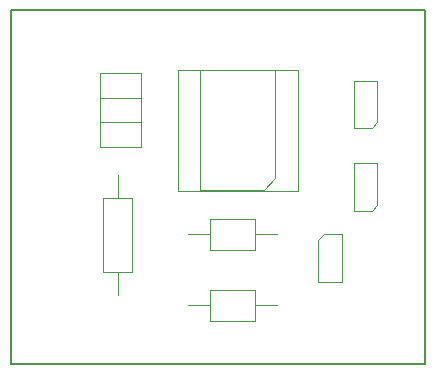
<source format=gbr>
G04 #@! TF.GenerationSoftware,KiCad,Pcbnew,(5.1.10)-1*
G04 #@! TF.CreationDate,2021-06-23T07:40:26+02:00*
G04 #@! TF.ProjectId,inyector-audio,696e7965-6374-46f7-922d-617564696f2e,3.0*
G04 #@! TF.SameCoordinates,Original*
G04 #@! TF.FileFunction,Other,Fab,Top*
%FSLAX46Y46*%
G04 Gerber Fmt 4.6, Leading zero omitted, Abs format (unit mm)*
G04 Created by KiCad (PCBNEW (5.1.10)-1) date 2021-06-23 07:40:26*
%MOMM*%
%LPD*%
G01*
G04 APERTURE LIST*
G04 #@! TA.AperFunction,Profile*
%ADD10C,0.150000*%
G04 #@! TD*
%ADD11C,0.100000*%
G04 APERTURE END LIST*
D10*
X85000000Y-71000000D02*
X120000000Y-71000000D01*
X85000000Y-101000000D02*
X85000000Y-71000000D01*
X120000000Y-101000000D02*
X85000000Y-101000000D01*
X120000000Y-71000000D02*
X120000000Y-101000000D01*
D11*
X99110000Y-86330000D02*
X109270000Y-86330000D01*
X99110000Y-76050000D02*
X99110000Y-86330000D01*
X109270000Y-76050000D02*
X99110000Y-76050000D01*
X109270000Y-86330000D02*
X109270000Y-76050000D01*
X107365000Y-85270000D02*
X106365000Y-86270000D01*
X107365000Y-76110000D02*
X107365000Y-85270000D01*
X101015000Y-76110000D02*
X107365000Y-76110000D01*
X101015000Y-86270000D02*
X101015000Y-76110000D01*
X106365000Y-86270000D02*
X101015000Y-86270000D01*
X107500000Y-90000000D02*
X105650000Y-90000000D01*
X100000000Y-90000000D02*
X101850000Y-90000000D01*
X105650000Y-88700000D02*
X101850000Y-88700000D01*
X105650000Y-91300000D02*
X105650000Y-88700000D01*
X101850000Y-91300000D02*
X105650000Y-91300000D01*
X101850000Y-88700000D02*
X101850000Y-91300000D01*
X101850000Y-94700000D02*
X101850000Y-97300000D01*
X101850000Y-97300000D02*
X105650000Y-97300000D01*
X105650000Y-97300000D02*
X105650000Y-94700000D01*
X105650000Y-94700000D02*
X101850000Y-94700000D01*
X100000000Y-96000000D02*
X101850000Y-96000000D01*
X107500000Y-96000000D02*
X105650000Y-96000000D01*
X94000000Y-95160000D02*
X94000000Y-93230000D01*
X94000000Y-85000000D02*
X94000000Y-86930000D01*
X95250000Y-93230000D02*
X95250000Y-86930000D01*
X92750000Y-93230000D02*
X95250000Y-93230000D01*
X92750000Y-86930000D02*
X92750000Y-93230000D01*
X95250000Y-86930000D02*
X92750000Y-86930000D01*
X92500000Y-80500000D02*
X96000000Y-80500000D01*
X92500000Y-78500000D02*
X92500000Y-80500000D01*
X96000000Y-78500000D02*
X92500000Y-78500000D01*
X96000000Y-80500000D02*
X96000000Y-78500000D01*
X96000000Y-82650000D02*
X92500000Y-82650000D01*
X96000000Y-76350000D02*
X96000000Y-82650000D01*
X92500000Y-76350000D02*
X96000000Y-76350000D01*
X92500000Y-82650000D02*
X92500000Y-76350000D01*
X115500000Y-81000000D02*
X114000000Y-81000000D01*
X114000000Y-81000000D02*
X114000000Y-77000000D01*
X114000000Y-77000000D02*
X116000000Y-77000000D01*
X116000000Y-77000000D02*
X116000000Y-80500000D01*
X116000000Y-80500000D02*
X115500000Y-81000000D01*
X116000000Y-87500000D02*
X115500000Y-88000000D01*
X116000000Y-84000000D02*
X116000000Y-87500000D01*
X114000000Y-84000000D02*
X116000000Y-84000000D01*
X114000000Y-88000000D02*
X114000000Y-84000000D01*
X115500000Y-88000000D02*
X114000000Y-88000000D01*
X111500000Y-90000000D02*
X113000000Y-90000000D01*
X113000000Y-90000000D02*
X113000000Y-94000000D01*
X113000000Y-94000000D02*
X111000000Y-94000000D01*
X111000000Y-94000000D02*
X111000000Y-90500000D01*
X111000000Y-90500000D02*
X111500000Y-90000000D01*
M02*

</source>
